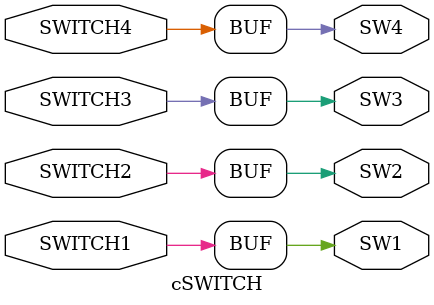
<source format=v>
module cSWITCH(
	input wire SWITCH1, input wire SWITCH2, input wire SWITCH3, input wire SWITCH4,
	output wire SW1, output wire SW2, output wire SW3, output wire SW4);
//hidden: SWITCH1,SWITCH2,SWITCH3,SWITCH4
assign SW1 = SWITCH1;
assign SW2 = SWITCH2;
assign SW3 = SWITCH3;
assign SW4 = SWITCH4;
endmodule

</source>
